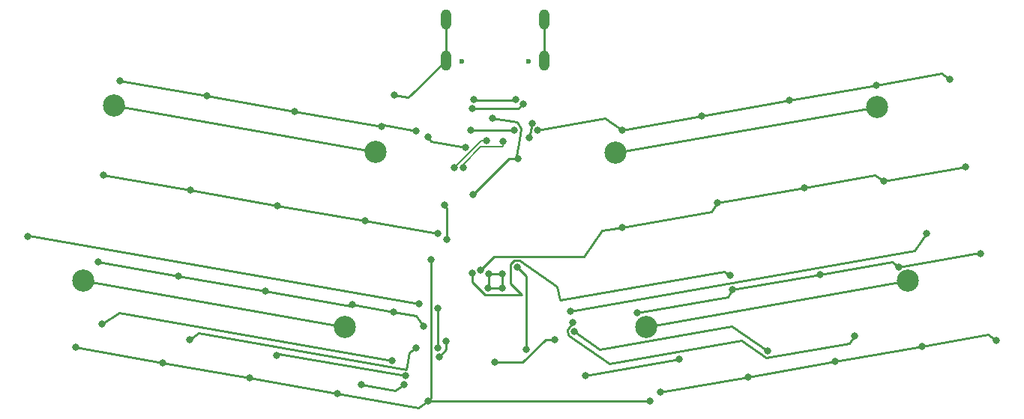
<source format=gbr>
%TF.GenerationSoftware,KiCad,Pcbnew,7.0.8*%
%TF.CreationDate,2023-12-10T13:03:46-06:00*%
%TF.ProjectId,sadcatz40,73616463-6174-47a3-9430-2e6b69636164,rev?*%
%TF.SameCoordinates,Original*%
%TF.FileFunction,Copper,L1,Top*%
%TF.FilePolarity,Positive*%
%FSLAX46Y46*%
G04 Gerber Fmt 4.6, Leading zero omitted, Abs format (unit mm)*
G04 Created by KiCad (PCBNEW 7.0.8) date 2023-12-10 13:03:46*
%MOMM*%
%LPD*%
G01*
G04 APERTURE LIST*
%TA.AperFunction,ComponentPad*%
%ADD10C,2.500000*%
%TD*%
%TA.AperFunction,WasherPad*%
%ADD11C,0.600000*%
%TD*%
%TA.AperFunction,ComponentPad*%
%ADD12O,1.200000X2.300000*%
%TD*%
%TA.AperFunction,ViaPad*%
%ADD13C,0.800000*%
%TD*%
%TA.AperFunction,Conductor*%
%ADD14C,0.250000*%
%TD*%
%TA.AperFunction,Conductor*%
%ADD15C,0.200000*%
%TD*%
G04 APERTURE END LIST*
D10*
%TO.P,H3,1,1*%
%TO.N,GND*%
X46563844Y-64065990D03*
%TD*%
%TO.P,H6,1,1*%
%TO.N,GND*%
X136236870Y-44369835D03*
%TD*%
%TO.P,H2,1,1*%
%TO.N,GND*%
X79601884Y-49461072D03*
%TD*%
%TO.P,H1,1,1*%
%TO.N,GND*%
X50057653Y-44251630D03*
%TD*%
D11*
%TO.P,J1,*%
%TO.N,*%
X89354266Y-39184166D03*
X96854266Y-39184166D03*
D12*
%TO.P,J1,S1,Shield*%
%TO.N,GND*%
X87529266Y-39104166D03*
X98679266Y-39104166D03*
X87529266Y-34504166D03*
X98679266Y-34504166D03*
%TD*%
D10*
%TO.P,H4,1,1*%
%TO.N,GND*%
X76108079Y-69275439D03*
%TD*%
%TO.P,H7,1,1*%
%TO.N,GND*%
X110165600Y-69275434D03*
%TD*%
%TO.P,H8,1,1*%
%TO.N,GND*%
X139709834Y-64065989D03*
%TD*%
%TO.P,H5,1,1*%
%TO.N,GND*%
X106692635Y-49579281D03*
%TD*%
D13*
%TO.N,GND*%
X90525908Y-44584971D03*
X86672334Y-67127150D03*
X93937597Y-63242004D03*
X86672333Y-71627154D03*
X81762224Y-43016063D03*
X96303370Y-44012040D03*
X92270937Y-64908672D03*
X93937597Y-64908674D03*
X92379764Y-63242005D03*
%TO.N,NRST*%
X99822645Y-70690287D03*
X93104267Y-73242001D03*
%TO.N,+5V*%
X95729559Y-50184902D03*
X92853856Y-45626423D03*
X90604306Y-54275366D03*
%TO.N,ROW1*%
X136149853Y-41912417D03*
X84183082Y-47087907D03*
X60585337Y-43141841D03*
X95304304Y-46975363D03*
X87689551Y-59331662D03*
X107426305Y-46977153D03*
X89789158Y-48976266D03*
X144501288Y-41286022D03*
X50737260Y-41405359D03*
X80281484Y-46614801D03*
X116453706Y-45385379D03*
X90319709Y-46995465D03*
X70433412Y-44878322D03*
X126301780Y-43648898D03*
X85521012Y-47798532D03*
X97888972Y-47013982D03*
X87408383Y-55477150D03*
%TO.N,ROW2*%
X48856075Y-52074106D03*
X136981698Y-52766191D03*
X58704145Y-53810586D03*
X86607022Y-58730617D03*
X146237769Y-51134096D03*
X78400296Y-57283547D03*
X128038261Y-53496972D03*
X68552224Y-55547069D03*
X107437462Y-57975637D03*
X91477388Y-62812216D03*
X118190187Y-55233453D03*
%TO.N,ROW3*%
X77005794Y-66738856D03*
X119637255Y-63440181D03*
X90547334Y-63177154D03*
X119926668Y-65081526D03*
X129774742Y-63345045D03*
X147974250Y-60982169D03*
X67153795Y-65227142D03*
X48278319Y-61898888D03*
X85063888Y-69231362D03*
X138691944Y-62465477D03*
X109147707Y-67674919D03*
X57305721Y-63490661D03*
X81665329Y-67560459D03*
%TO.N,ROW4*%
X141359297Y-71456638D03*
X111815076Y-76666081D03*
X55569241Y-73338735D03*
X65417310Y-75075214D03*
X75265386Y-76811696D03*
X110572291Y-77660453D03*
X121663149Y-74929600D03*
X85872337Y-61677150D03*
X131511223Y-73193119D03*
X149710731Y-70830243D03*
X45721165Y-71602254D03*
X85572300Y-77660451D03*
%TO.N,VBUS*%
X97273766Y-46226246D03*
X90704303Y-43575366D03*
X96984354Y-47867593D03*
X95404304Y-43575367D03*
%TO.N,BOOT0*%
X95579862Y-62464583D03*
X96655774Y-71793509D03*
%TO.N,COL1*%
X40342978Y-59034901D03*
X84491280Y-66680798D03*
%TO.N,COL2*%
X101621576Y-67463020D03*
X141807266Y-58684821D03*
%TO.N,COL3*%
X48743986Y-68978111D03*
X81434068Y-73049877D03*
%TO.N,COL4*%
X101857918Y-68803381D03*
X133695671Y-70269376D03*
%TO.N,COL5*%
X58592062Y-70714594D03*
X84176529Y-71624924D03*
%TO.N,COL6*%
X102036152Y-69812042D03*
X123847593Y-72005858D03*
%TO.N,COL7*%
X82973700Y-74819918D03*
X68440141Y-72451075D03*
%TO.N,COL8*%
X113854810Y-72921667D03*
X103293236Y-74783957D03*
%TO.N,COL9*%
X82796236Y-75828630D03*
X77998805Y-75828902D03*
X87597336Y-70850836D03*
X86771435Y-72627152D03*
%TO.N,D_P*%
X89529302Y-51275364D03*
X94022742Y-48243469D03*
%TO.N,D_N*%
X88479302Y-51275368D03*
X92104304Y-48200865D03*
%TD*%
D14*
%TO.N,GND*%
X92379764Y-64799839D02*
X92270937Y-64908672D01*
X110165600Y-69275434D02*
X139709834Y-64065989D01*
X106692637Y-49579282D02*
X106692635Y-49579281D01*
X98679267Y-39104167D02*
X98679265Y-34504166D01*
X106692635Y-49579281D02*
X136236870Y-44369835D01*
X86672334Y-67127150D02*
X86672333Y-71627154D01*
X92270937Y-64908672D02*
X93937597Y-64908674D01*
X92379764Y-63242005D02*
X93937597Y-63242004D01*
X46563844Y-64065990D02*
X76108076Y-69275433D01*
X92379764Y-63242005D02*
X92379764Y-64799839D01*
X76108076Y-69275433D02*
X76108079Y-69275439D01*
X93937597Y-63242004D02*
X93937597Y-64908674D01*
X95730440Y-44584975D02*
X90525908Y-44584971D01*
X79601882Y-49461077D02*
X79601884Y-49461072D01*
X87529264Y-39104166D02*
X83617366Y-43016062D01*
X81762224Y-43016063D02*
X83244177Y-43277373D01*
X87529265Y-34504169D02*
X87529264Y-39104166D01*
X96303370Y-44012040D02*
X95730440Y-44584975D01*
X50057653Y-44251630D02*
X79601882Y-49461077D01*
X83244177Y-43277373D02*
X83617366Y-43016062D01*
%TO.N,NRST*%
X99822645Y-70690287D02*
X98784303Y-70690290D01*
X96232589Y-73242002D02*
X93104267Y-73242001D01*
X98784303Y-70690290D02*
X96232589Y-73242002D01*
%TO.N,+5V*%
X96070435Y-46805514D02*
X95581611Y-46107401D01*
X94694770Y-50184902D02*
X90604306Y-54275366D01*
X95850899Y-48050579D02*
X95525855Y-49893986D01*
X95850899Y-48050579D02*
X96070435Y-46805514D01*
X95525855Y-49893986D02*
X95729559Y-50184902D01*
X95729559Y-50184902D02*
X94694770Y-50184902D01*
X95581611Y-46107401D02*
X92853856Y-45626423D01*
%TO.N,ROW1*%
X97888972Y-47013982D02*
X105549755Y-45663179D01*
X80281484Y-46614801D02*
X80526598Y-46443171D01*
X107426305Y-46977153D02*
X116453706Y-45385379D01*
X143535908Y-40610056D02*
X144501288Y-41286022D01*
X80526598Y-46443171D02*
X84183082Y-47087907D01*
X60585337Y-43141841D02*
X70433412Y-44878322D01*
X85860631Y-48283561D02*
X89789158Y-48976266D01*
X50737260Y-41405359D02*
X60585337Y-43141841D01*
X136149853Y-41912417D02*
X143535908Y-40610056D01*
X70433412Y-44878322D02*
X80281484Y-46614801D01*
X85521012Y-47798532D02*
X85860631Y-48283561D01*
X105549755Y-45663179D02*
X107426305Y-46977153D01*
X90339816Y-46975367D02*
X90319709Y-46995465D01*
X116453706Y-45385379D02*
X126301780Y-43648898D01*
X87689551Y-59331662D02*
X87689550Y-55869365D01*
X95304304Y-46975363D02*
X90339816Y-46975367D01*
X87689550Y-55869365D02*
X87472334Y-55652152D01*
X126301780Y-43648898D02*
X136149853Y-41912417D01*
%TO.N,ROW2*%
X136016318Y-52090225D02*
X136981698Y-52766191D01*
X103162870Y-61284653D02*
X105204129Y-58369434D01*
X107437462Y-57975637D02*
X117514221Y-56198832D01*
X105204129Y-58369434D02*
X107437462Y-57975637D01*
X86607022Y-58730617D02*
X78400296Y-57283547D01*
X58704145Y-53810586D02*
X48856075Y-52074106D01*
X93000024Y-61289582D02*
X103134905Y-61289584D01*
X78400296Y-57283547D02*
X68552224Y-55547069D01*
X117514221Y-56198832D02*
X118190187Y-55233453D01*
X128038261Y-53496972D02*
X136016318Y-52090225D01*
X91477388Y-62812216D02*
X93000024Y-61289582D01*
X68552224Y-55547069D02*
X58704145Y-53810586D01*
X136981698Y-52766191D02*
X146237769Y-51134096D01*
X103134905Y-61289584D02*
X103162870Y-61284653D01*
X118190187Y-55233453D02*
X128038261Y-53496972D01*
%TO.N,ROW3*%
X147799227Y-60859617D02*
X147974250Y-60982169D01*
X119926668Y-65081526D02*
X129774742Y-63345045D01*
X100399324Y-66258742D02*
X100126786Y-64713098D01*
X76748578Y-66918960D02*
X77005794Y-66738856D01*
X94854859Y-64372716D02*
X94854861Y-62164278D01*
X48278319Y-61898888D02*
X57305721Y-63490661D01*
X90547334Y-63177154D02*
X90547333Y-64210381D01*
X96115815Y-65633669D02*
X94854859Y-64372716D01*
X94854861Y-62164278D02*
X95279559Y-61739582D01*
X81665329Y-67560459D02*
X84207820Y-68008769D01*
X109147707Y-67674919D02*
X119373258Y-65871878D01*
X84207820Y-68008769D02*
X85063888Y-69231362D01*
X119373258Y-65871878D02*
X119926668Y-65081526D01*
X137901587Y-61912063D02*
X138691944Y-62465477D01*
X118982853Y-62981964D02*
X119637255Y-63440181D01*
X100399324Y-66258742D02*
X118982853Y-62981964D01*
X67153795Y-65227142D02*
X76748578Y-66918960D01*
X95279559Y-61739582D02*
X95880164Y-61739581D01*
X57305721Y-63490661D02*
X67153795Y-65227142D01*
X129774742Y-63345045D02*
X137901587Y-61912063D01*
X77005794Y-66738856D02*
X81665329Y-67560459D01*
X138691944Y-62465477D02*
X147799227Y-60859617D01*
X91970629Y-65633672D02*
X96115815Y-65633669D01*
X100126786Y-64713098D02*
X95880164Y-61739581D01*
X90547333Y-64210381D02*
X91970629Y-65633672D01*
%TO.N,ROW4*%
X85872340Y-77360417D02*
X85572300Y-77660451D01*
X85872337Y-61677150D02*
X85872340Y-77360417D01*
X55569241Y-73338735D02*
X45721165Y-71602254D01*
X121663149Y-74929600D02*
X131511223Y-73193119D01*
X111815076Y-76666081D02*
X121663149Y-74929600D01*
X148745352Y-70154277D02*
X149710731Y-70830243D01*
X141359297Y-71456638D02*
X148745352Y-70154277D01*
X75265386Y-76811696D02*
X84467236Y-78434231D01*
X75265386Y-76811696D02*
X65417310Y-75075214D01*
X65417310Y-75075214D02*
X55569241Y-73338735D01*
X84467236Y-78434231D02*
X85572300Y-77660451D01*
X131511223Y-73193119D02*
X141359297Y-71456638D01*
X85572300Y-77660451D02*
X110572291Y-77660453D01*
%TO.N,VBUS*%
X95329667Y-43650005D02*
X95404304Y-43575367D01*
X93104269Y-43650003D02*
X90778947Y-43650007D01*
X97273766Y-46226246D02*
X96984354Y-47867593D01*
X93104269Y-43650003D02*
X95329667Y-43650005D01*
X90604302Y-43475366D02*
X90704303Y-43575366D01*
X90778947Y-43650007D02*
X90704303Y-43575366D01*
%TO.N,BOOT0*%
X96655774Y-71793509D02*
X96655778Y-63540495D01*
X96655778Y-63540495D02*
X95579862Y-62464583D01*
%TO.N,COL1*%
X84491280Y-66680798D02*
X40501146Y-58924151D01*
X40501146Y-58924151D02*
X40342978Y-59034901D01*
%TO.N,COL2*%
X101621576Y-67463020D02*
X140455334Y-60615580D01*
X140455334Y-60615580D02*
X141807266Y-58684821D01*
%TO.N,COL3*%
X81434068Y-73049877D02*
X50674746Y-67626180D01*
X50674746Y-67626180D02*
X48743986Y-68978111D01*
%TO.N,COL4*%
X133107580Y-71109257D02*
X133695671Y-70269376D01*
X101857918Y-68803381D02*
X101270130Y-69642829D01*
X101374313Y-70233680D02*
X105986165Y-73462933D01*
X120907105Y-70831968D02*
X123677745Y-72771991D01*
X123677745Y-72771991D02*
X133107580Y-71109257D01*
X101270130Y-69642829D02*
X101374313Y-70233680D01*
X105986165Y-73462933D02*
X120907105Y-70831968D01*
%TO.N,COL5*%
X83051255Y-74097406D02*
X59653060Y-69971673D01*
X84176529Y-71624924D02*
X83390128Y-72175568D01*
X59653060Y-69971673D02*
X58592062Y-70714594D01*
X83390128Y-72175568D02*
X83051255Y-74097406D01*
%TO.N,COL6*%
X102036152Y-69812042D02*
X104883877Y-71806041D01*
X104883877Y-71806041D02*
X119804818Y-69175077D01*
X119804818Y-69175077D02*
X123847593Y-72005858D01*
%TO.N,COL7*%
X68661256Y-72296248D02*
X68440141Y-72451075D01*
X82973700Y-74819918D02*
X68661256Y-72296248D01*
%TO.N,COL8*%
X103293236Y-74783957D02*
X113854810Y-72921667D01*
%TO.N,COL9*%
X87597337Y-71801251D02*
X86771435Y-72627152D01*
X82796236Y-75828630D02*
X81830855Y-76504596D01*
X87597336Y-70850836D02*
X87597337Y-71801251D01*
X81830855Y-76504596D02*
X77998805Y-75828902D01*
D15*
%TO.N,D_P*%
X89529302Y-51275364D02*
X89529304Y-50861761D01*
X89529304Y-50861761D02*
X91490698Y-48900369D01*
X93854268Y-48900369D02*
X93896889Y-48900370D01*
X94022743Y-48774517D02*
X94022742Y-48243469D01*
X93896889Y-48900370D02*
X94022743Y-48774517D01*
X91490698Y-48900369D02*
X93854268Y-48900369D01*
%TO.N,D_N*%
X91304304Y-48450360D02*
X91553802Y-48200871D01*
X88479302Y-51275368D02*
X91304304Y-48450360D01*
X91553802Y-48200871D02*
X92104304Y-48200865D01*
%TD*%
M02*

</source>
